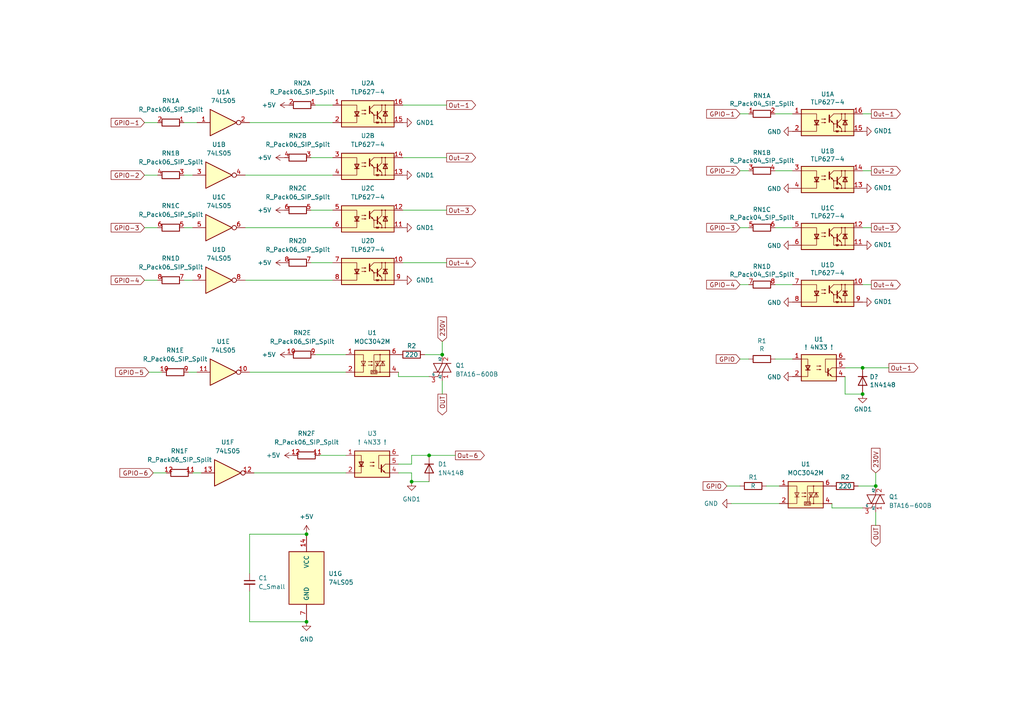
<source format=kicad_sch>
(kicad_sch (version 20230121) (generator eeschema)
  (paper "A4")
  (lib_symbols
    (symbol "74xx:74LS05" (pin_names (offset 1.016))
      (property "Reference" "U" (at 0 1.27 0))
      (property "Value" "74LS05" (at 0 -1.27 0))
      (symbol "74LS05_1_0"
        (polyline (pts (xy -3.81 3.81) (xy -3.81 -3.81) (xy 3.81 0) (xy -3.81 3.81)) (stroke (width 0.254)) (fill (type background)))
        (pin input line (at -7.62 0 0) (length 3.81) (name "~") (number "1"))
        (pin open_collector inverted (at 7.62 0 180) (length 3.81) (name "~") (number "2"))
      )
      (symbol "74LS05_2_0"
        (polyline (pts (xy -3.81 3.81) (xy -3.81 -3.81) (xy 3.81 0) (xy -3.81 3.81)) (stroke (width 0.254)) (fill (type background)))
        (pin input line (at -7.62 0 0) (length 3.81) (name "~") (number "3"))
        (pin open_collector inverted (at 7.62 0 180) (length 3.81) (name "~") (number "4"))
      )
      (symbol "74LS05_3_0"
        (polyline (pts (xy -3.81 3.81) (xy -3.81 -3.81) (xy 3.81 0) (xy -3.81 3.81)) (stroke (width 0.254)) (fill (type background)))
        (pin input line (at -7.62 0 0) (length 3.81) (name "~") (number "5"))
        (pin open_collector inverted (at 7.62 0 180) (length 3.81) (name "~") (number "6"))
      )
      (symbol "74LS05_4_0"
        (polyline (pts (xy -3.81 3.81) (xy -3.81 -3.81) (xy 3.81 0) (xy -3.81 3.81)) (stroke (width 0.254)) (fill (type background)))
        (pin open_collector inverted (at 7.62 0 180) (length 3.81) (name "~") (number "8"))
        (pin input line (at -7.62 0 0) (length 3.81) (name "~") (number "9"))
      )
      (symbol "74LS05_5_0"
        (polyline (pts (xy -3.81 3.81) (xy -3.81 -3.81) (xy 3.81 0) (xy -3.81 3.81)) (stroke (width 0.254)) (fill (type background)))
        (pin open_collector inverted (at 7.62 0 180) (length 3.81) (name "~") (number "10"))
        (pin input line (at -7.62 0 0) (length 3.81) (name "~") (number "11"))
      )
      (symbol "74LS05_6_0"
        (polyline (pts (xy -3.81 3.81) (xy -3.81 -3.81) (xy 3.81 0) (xy -3.81 3.81)) (stroke (width 0.254)) (fill (type background)))
        (pin open_collector inverted (at 7.62 0 180) (length 3.81) (name "~") (number "12"))
        (pin input line (at -7.62 0 0) (length 3.81) (name "~") (number "13"))
      )
      (symbol "74LS05_7_0"
        (pin power_in line (at 0 12.7 270) (length 5.08) (name "VCC") (number "14"))
        (pin power_in line (at 0 -12.7 90) (length 5.08) (name "GND") (number "7"))
      )
      (symbol "74LS05_7_1"
        (rectangle (start -5.08 7.62) (end 5.08 -7.62) (stroke (width 0.254)) (fill (type background)))
      )
    )
    (symbol "Device:C_Small" (pin_numbers hide) (pin_names (offset 0.254) hide)
      (property "Reference" "C" (at 0.254 1.778 0))
      (property "Value" "C_Small" (at 0.254 -2.032 0))
      (symbol "C_Small_0_1"
        (polyline (pts (xy -1.524 -0.508) (xy 1.524 -0.508)) (stroke (width 0.3302)))
        (polyline (pts (xy -1.524 0.508) (xy 1.524 0.508)) (stroke (width 0.3048)))
      )
      (symbol "C_Small_1_1"
        (pin passive line (at 0 2.54 270) (length 2.032) (name "~") (number "1"))
        (pin passive line (at 0 -2.54 90) (length 2.032) (name "~") (number "2"))
      )
    )
    (symbol "Device:R" (pin_numbers hide) (pin_names (offset 0))
      (property "Reference" "R" (at 2.032 0 90))
      (property "Value" "R" (at 0 0 90))
      (symbol "R_0_1"
        (rectangle (start -1.016 -2.54) (end 1.016 2.54) (stroke (width 0.254)))
      )
      (symbol "R_1_1"
        (pin passive line (at 0 3.81 270) (length 1.27) (name "~") (number "1"))
        (pin passive line (at 0 -3.81 90) (length 1.27) (name "~") (number "2"))
      )
    )
    (symbol "Device:R_Pack04_SIP_Split" (pin_names (offset 0) hide)
      (property "Reference" "RN" (at 2.032 0 90))
      (property "Value" "R_Pack04_SIP_Split" (at 0 0 90))
      (symbol "R_Pack04_SIP_Split_0_1"
        (rectangle (start 1.016 2.54) (end -1.016 -2.54) (stroke (width 0.254)))
      )
      (symbol "R_Pack04_SIP_Split_1_1"
        (pin passive line (at 0 -3.81 90) (length 1.27) (name "R1.1") (number "1"))
        (pin passive line (at 0 3.81 270) (length 1.27) (name "R1.2") (number "2"))
      )
      (symbol "R_Pack04_SIP_Split_2_1"
        (pin passive line (at 0 -3.81 90) (length 1.27) (name "R2.1") (number "3"))
        (pin passive line (at 0 3.81 270) (length 1.27) (name "R2.2") (number "4"))
      )
      (symbol "R_Pack04_SIP_Split_3_1"
        (pin passive line (at 0 -3.81 90) (length 1.27) (name "R3.1") (number "5"))
        (pin passive line (at 0 3.81 270) (length 1.27) (name "R3.2") (number "6"))
      )
      (symbol "R_Pack04_SIP_Split_4_1"
        (pin passive line (at 0 -3.81 90) (length 1.27) (name "R4.1") (number "7"))
        (pin passive line (at 0 3.81 270) (length 1.27) (name "R4.2") (number "8"))
      )
    )
    (symbol "Device:R_Pack06_SIP_Split" (pin_names (offset 0) hide)
      (property "Reference" "RN" (at 2.032 0 90))
      (property "Value" "R_Pack06_SIP_Split" (at 0 0 90))
      (symbol "R_Pack06_SIP_Split_0_1"
        (rectangle (start 1.016 2.54) (end -1.016 -2.54) (stroke (width 0.254)))
      )
      (symbol "R_Pack06_SIP_Split_1_1"
        (pin passive line (at 0 -3.81 90) (length 1.27) (name "R1.1") (number "1"))
        (pin passive line (at 0 3.81 270) (length 1.27) (name "R1.2") (number "2"))
      )
      (symbol "R_Pack06_SIP_Split_2_1"
        (pin passive line (at 0 -3.81 90) (length 1.27) (name "R2.1") (number "3"))
        (pin passive line (at 0 3.81 270) (length 1.27) (name "R2.2") (number "4"))
      )
      (symbol "R_Pack06_SIP_Split_3_1"
        (pin passive line (at 0 -3.81 90) (length 1.27) (name "R3.1") (number "5"))
        (pin passive line (at 0 3.81 270) (length 1.27) (name "R3.2") (number "6"))
      )
      (symbol "R_Pack06_SIP_Split_4_1"
        (pin passive line (at 0 -3.81 90) (length 1.27) (name "R4.1") (number "7"))
        (pin passive line (at 0 3.81 270) (length 1.27) (name "R4.2") (number "8"))
      )
      (symbol "R_Pack06_SIP_Split_5_1"
        (pin passive line (at 0 3.81 270) (length 1.27) (name "R5.2") (number "10"))
        (pin passive line (at 0 -3.81 90) (length 1.27) (name "R5.1") (number "9"))
      )
      (symbol "R_Pack06_SIP_Split_6_1"
        (pin passive line (at 0 -3.81 90) (length 1.27) (name "R6.1") (number "11"))
        (pin passive line (at 0 3.81 270) (length 1.27) (name "R6.2") (number "12"))
      )
    )
    (symbol "Diode:1N4148" (pin_numbers hide) (pin_names hide)
      (property "Reference" "D" (at 0 2.54 0))
      (property "Value" "1N4148" (at 0 -2.54 0))
      (symbol "1N4148_0_1"
        (polyline (pts (xy -1.27 1.27) (xy -1.27 -1.27)) (stroke (width 0.254)))
        (polyline (pts (xy 1.27 0) (xy -1.27 0)))
        (polyline (pts (xy 1.27 1.27) (xy 1.27 -1.27) (xy -1.27 0) (xy 1.27 1.27)) (stroke (width 0.254)))
      )
      (symbol "1N4148_1_1"
        (pin passive line (at -3.81 0 0) (length 2.54) (name "K") (number "1"))
        (pin passive line (at 3.81 0 180) (length 2.54) (name "A") (number "2"))
      )
    )
    (symbol "Isolator:4N28" (pin_names (offset 1.016))
      (property "Reference" "U" (at -5.08 5.08 0))
      (property "Value" "4N28" (at 0 5.08 0))
      (symbol "4N28_0_1"
        (rectangle (start -5.08 3.81) (end 5.08 -3.81) (stroke (width 0.254)) (fill (type background)))
        (polyline (pts (xy -3.81 -0.635) (xy -2.54 -0.635)) (stroke (width 0.254)))
        (polyline (pts (xy 2.667 -1.397) (xy 3.81 -2.54)))
        (polyline (pts (xy 2.667 -1.143) (xy 3.81 0)))
        (polyline (pts (xy 3.81 -2.54) (xy 5.08 -2.54)))
        (polyline (pts (xy 3.81 0) (xy 5.08 0)))
        (polyline (pts (xy 2.667 -0.254) (xy 2.667 -2.286) (xy 2.667 -2.286)) (stroke (width 0.3556)))
        (polyline (pts (xy -5.08 -2.54) (xy -3.175 -2.54) (xy -3.175 2.54) (xy -5.08 2.54)))
        (polyline (pts (xy -3.175 -0.635) (xy -3.81 0.635) (xy -2.54 0.635) (xy -3.175 -0.635)) (stroke (width 0.254)))
        (polyline (pts (xy 3.683 -2.413) (xy 3.429 -1.905) (xy 3.175 -2.159) (xy 3.683 -2.413)))
        (polyline (pts (xy 5.08 2.54) (xy 1.905 2.54) (xy 1.905 -1.27) (xy 2.54 -1.27)))
        (polyline (pts (xy -0.635 -0.508) (xy 0.635 -0.508) (xy 0.254 -0.635) (xy 0.254 -0.381) (xy 0.635 -0.508)))
        (polyline (pts (xy -0.635 0.508) (xy 0.635 0.508) (xy 0.254 0.381) (xy 0.254 0.635) (xy 0.635 0.508)))
      )
      (symbol "4N28_1_1"
        (pin passive line (at -7.62 2.54 0) (length 2.54) (name "~") (number "1"))
        (pin passive line (at -7.62 -2.54 0) (length 2.54) (name "~") (number "2"))
        (pin no_connect line (at -5.08 0 0) (length 2.54) hide (name "NC") (number "3"))
        (pin passive line (at 7.62 -2.54 180) (length 2.54) (name "~") (number "4"))
        (pin passive line (at 7.62 0 180) (length 2.54) (name "~") (number "5"))
        (pin passive line (at 7.62 2.54 180) (length 2.54) (name "~") (number "6"))
      )
    )
    (symbol "Isolator:TLP627-4" (pin_names (offset 1.016))
      (property "Reference" "U" (at -7.62 5.08 0))
      (property "Value" "TLP627-4" (at 0 5.08 0))
      (symbol "TLP627-4_0_1"
        (rectangle (start -7.62 3.81) (end 7.62 -3.81) (stroke (width 0.254)) (fill (type background)))
        (polyline (pts (xy -3.81 -0.635) (xy -2.54 -0.635)) (stroke (width 0.254)))
        (polyline (pts (xy 0.508 1.016) (xy 1.778 -0.254)))
        (polyline (pts (xy 0.508 1.27) (xy 1.778 2.54)))
        (polyline (pts (xy 0.508 2.159) (xy 0.508 0.127)) (stroke (width 0.3556)))
        (polyline (pts (xy 1.778 2.54) (xy 7.62 2.54)))
        (polyline (pts (xy 2.794 -0.508) (xy 4.064 -1.778)))
        (polyline (pts (xy 2.794 -0.381) (xy 1.778 -0.381)))
        (polyline (pts (xy 2.794 -0.254) (xy 4.064 1.016)))
        (polyline (pts (xy 4.064 -2.54) (xy 7.62 -2.54)))
        (polyline (pts (xy 4.064 -1.778) (xy 4.064 -2.54)))
        (polyline (pts (xy 4.064 1.016) (xy 4.064 2.54)))
        (polyline (pts (xy 4.445 0.635) (xy 5.715 0.635)) (stroke (width 0.254)))
        (polyline (pts (xy 5.08 0.635) (xy 5.08 -2.54)))
        (polyline (pts (xy 5.08 0.635) (xy 5.08 2.54)))
        (polyline (pts (xy -7.62 2.54) (xy -3.175 2.54) (xy -3.175 -0.635)))
        (polyline (pts (xy -3.175 -0.635) (xy -3.175 -2.54) (xy -7.62 -2.54)))
        (polyline (pts (xy 2.794 0.635) (xy 2.794 -1.397) (xy 2.794 -1.397)) (stroke (width 0.3556)))
        (polyline (pts (xy -3.175 -0.635) (xy -3.81 0.635) (xy -2.54 0.635) (xy -3.175 -0.635)) (stroke (width 0.254)))
        (polyline (pts (xy 1.524 0) (xy 1.27 0.508) (xy 1.016 0.254) (xy 1.524 0)))
        (polyline (pts (xy 3.81 -1.524) (xy 3.556 -1.016) (xy 3.302 -1.27) (xy 3.81 -1.524)))
        (polyline (pts (xy 5.08 0.635) (xy 4.445 -0.635) (xy 5.715 -0.635) (xy 5.08 0.635)) (stroke (width 0.254)))
        (polyline (pts (xy -1.778 0) (xy -0.508 0) (xy -0.889 -0.127) (xy -0.889 0.127) (xy -0.508 0)))
        (polyline (pts (xy -1.778 1.016) (xy -0.508 1.016) (xy -0.889 0.889) (xy -0.889 1.143) (xy -0.508 1.016)))
        (polyline (pts (xy 1.778 -0.254) (xy 1.778 -2.54) (xy 2.286 -2.54) (xy 2.413 -2.286) (xy 2.54 -2.794) (xy 2.667 -2.286) (xy 2.794 -2.794) (xy 2.921 -2.286) (xy 3.048 -2.794) (xy 3.175 -2.286) (xy 3.302 -2.54) (xy 4.064 -2.54)))
        (circle (center 1.778 -0.381) (radius 0.127))
        (circle (center 4.064 -2.54) (radius 0.127))
        (circle (center 4.064 2.54) (radius 0.127))
        (circle (center 5.08 -2.54) (radius 0.127))
        (circle (center 5.08 2.54) (radius 0.127))
      )
      (symbol "TLP627-4_1_1"
        (pin passive line (at -10.16 2.54 0) (length 2.54) (name "~") (number "1"))
        (pin passive line (at 10.16 -2.54 180) (length 2.54) (name "~") (number "15"))
        (pin passive line (at 10.16 2.54 180) (length 2.54) (name "~") (number "16"))
        (pin passive line (at -10.16 -2.54 0) (length 2.54) (name "~") (number "2"))
      )
      (symbol "TLP627-4_2_1"
        (pin passive line (at 10.16 -2.54 180) (length 2.54) (name "~") (number "13"))
        (pin passive line (at 10.16 2.54 180) (length 2.54) (name "~") (number "14"))
        (pin passive line (at -10.16 2.54 0) (length 2.54) (name "~") (number "3"))
        (pin passive line (at -10.16 -2.54 0) (length 2.54) (name "~") (number "4"))
      )
      (symbol "TLP627-4_3_1"
        (pin passive line (at 10.16 -2.54 180) (length 2.54) (name "~") (number "11"))
        (pin passive line (at 10.16 2.54 180) (length 2.54) (name "~") (number "12"))
        (pin passive line (at -10.16 2.54 0) (length 2.54) (name "~") (number "5"))
        (pin passive line (at -10.16 -2.54 0) (length 2.54) (name "~") (number "6"))
      )
      (symbol "TLP627-4_4_1"
        (pin passive line (at 10.16 2.54 180) (length 2.54) (name "~") (number "10"))
        (pin passive line (at -10.16 2.54 0) (length 2.54) (name "~") (number "7"))
        (pin passive line (at -10.16 -2.54 0) (length 2.54) (name "~") (number "8"))
        (pin passive line (at 10.16 -2.54 180) (length 2.54) (name "~") (number "9"))
      )
    )
    (symbol "Relay_SolidState:MOC3042M"
      (property "Reference" "U" (at -5.08 5.08 0))
      (property "Value" "MOC3042M" (at 0 5.08 0))
      (symbol "MOC3042M_0_0"
        (rectangle (start -0.381 -2.032) (end 1.397 -3.048))
        (polyline (pts (xy 2.286 -2.54) (xy 1.397 -2.54)))
        (polyline (pts (xy 1.524 -0.635) (xy 1.016 -1.016) (xy 1.016 -2.032)))
        (text "ZCD" (at 0.508 -2.54 0) (effects (font (size 0.508 0.508))))
      )
      (symbol "MOC3042M_0_1"
        (rectangle (start -5.08 3.81) (end 5.08 -3.81) (stroke (width 0.254)) (fill (type background)))
        (polyline (pts (xy -3.175 -0.635) (xy -1.905 -0.635)))
        (polyline (pts (xy 1.524 -0.635) (xy 1.524 0.635)))
        (polyline (pts (xy 3.048 0.635) (xy 3.048 -0.635)))
        (polyline (pts (xy 2.286 -0.635) (xy 2.286 -2.54) (xy 5.08 -2.54)))
        (polyline (pts (xy 2.286 0.635) (xy 2.286 2.54) (xy 5.08 2.54)))
        (polyline (pts (xy 2.286 2.54) (xy 0.508 2.54) (xy 0.508 -2.032)))
        (polyline (pts (xy -5.08 2.54) (xy -2.54 2.54) (xy -2.54 -2.54) (xy -5.08 -2.54)))
        (polyline (pts (xy -2.54 -0.635) (xy -3.175 0.635) (xy -1.905 0.635) (xy -2.54 -0.635)))
        (polyline (pts (xy 0.889 -0.635) (xy 3.683 -0.635) (xy 3.048 0.635) (xy 2.413 -0.635)))
        (polyline (pts (xy 3.683 0.635) (xy 0.889 0.635) (xy 1.524 -0.635) (xy 2.159 0.635)))
        (polyline (pts (xy -1.143 -0.508) (xy 0.127 -0.508) (xy -0.254 -0.635) (xy -0.254 -0.381) (xy 0.127 -0.508)))
        (polyline (pts (xy -1.143 0.508) (xy 0.127 0.508) (xy -0.254 0.381) (xy -0.254 0.635) (xy 0.127 0.508)))
        (circle (center 2.286 -2.54) (radius 0.127))
        (circle (center 2.286 2.54) (radius 0.127))
      )
      (symbol "MOC3042M_1_1"
        (pin passive line (at -7.62 2.54 0) (length 2.54) (name "~") (number "1"))
        (pin passive line (at -7.62 -2.54 0) (length 2.54) (name "~") (number "2"))
        (pin no_connect line (at -5.08 0 0) (length 2.54) hide (name "NC") (number "3"))
        (pin passive line (at 7.62 -2.54 180) (length 2.54) (name "~") (number "4"))
        (pin no_connect line (at 5.08 0 180) (length 2.54) hide (name "NC") (number "5"))
        (pin passive line (at 7.62 2.54 180) (length 2.54) (name "~") (number "6"))
      )
    )
    (symbol "Triac_Thyristor:BTA16-600B" (pin_names (offset 0))
      (property "Reference" "Q" (at 5.08 1.905 0))
      (property "Value" "BTA16-600B" (at 5.08 0 0))
      (symbol "BTA16-600B_0_1"
        (polyline (pts (xy -2.54 -1.27) (xy 2.54 -1.27)) (stroke (width 0.2032)))
        (polyline (pts (xy -2.54 1.27) (xy 2.54 1.27)) (stroke (width 0.2032)))
        (polyline (pts (xy -1.27 -2.54) (xy -0.635 -1.27)))
        (polyline (pts (xy -2.54 1.27) (xy -1.27 -1.27) (xy 0 1.27)) (stroke (width 0.2032)))
        (polyline (pts (xy 0 -1.27) (xy 1.27 1.27) (xy 2.54 -1.27)) (stroke (width 0.2032)))
      )
      (symbol "BTA16-600B_1_1"
        (pin passive line (at 0 -3.81 90) (length 2.54) (name "A1") (number "1"))
        (pin passive line (at 0 3.81 270) (length 2.54) (name "A2") (number "2"))
        (pin input line (at -3.81 -2.54 0) (length 2.54) (name "G") (number "3"))
      )
    )
    (symbol "power:+5V" (power) (pin_names (offset 0))
      (property "Value" "+5V" (at 0 3.556 0))
      (symbol "+5V_0_1"
        (polyline (pts (xy -0.762 1.27) (xy 0 2.54)))
        (polyline (pts (xy 0 0) (xy 0 2.54)))
        (polyline (pts (xy 0 2.54) (xy 0.762 1.27)))
      )
      (symbol "+5V_1_1"
        (pin power_in line (at 0 0 90) (length 0) hide (name "+5V") (number "1"))
      )
    )
    (symbol "power:GND" (power) (pin_names (offset 0))
      (property "Value" "GND" (at 0 -3.81 0))
      (symbol "GND_0_1"
        (polyline (pts (xy 0 0) (xy 0 -1.27) (xy 1.27 -1.27) (xy 0 -2.54) (xy -1.27 -1.27) (xy 0 -1.27)))
      )
      (symbol "GND_1_1"
        (pin power_in line (at 0 0 270) (length 0) hide (name "GND") (number "1"))
      )
    )
    (symbol "power:GND1" (power) (pin_names (offset 0))
      (property "Value" "GND1" (at 0 -3.81 0))
      (symbol "GND1_0_1"
        (polyline (pts (xy 0 0) (xy 0 -1.27) (xy 1.27 -1.27) (xy 0 -2.54) (xy -1.27 -1.27) (xy 0 -1.27)))
      )
      (symbol "GND1_1_1"
        (pin power_in line (at 0 0 270) (length 0) hide (name "GND1") (number "1"))
      )
    )
  )
  (junction (at 124.46 132.08))
  (junction (at 250.19 106.68))
  (junction (at 88.9 180.34))
  (junction (at 88.9 154.94))
  (junction (at 250.19 114.3))
  (junction (at 128.27 102.87))
  (junction (at 254 140.97))
  (junction (at 119.38 139.7))
  (wire (pts (xy 72.39 107.95) (xy 100.33 107.95)))
  (wire (pts (xy 96.52 76.2) (xy 90.17 76.2)))
  (wire (pts (xy 123.19 102.87) (xy 128.27 102.87)))
  (wire (pts (xy 248.92 140.97) (xy 254 140.97)))
  (wire (pts (xy 71.12 81.28) (xy 96.52 81.28)))
  (wire (pts (xy 72.39 180.34) (xy 88.9 180.34)))
  (wire (pts (xy 119.38 132.08) (xy 124.46 132.08)))
  (wire (pts (xy 224.79 82.55) (xy 229.87 82.55)))
  (wire (pts (xy 250.19 49.53) (xy 252.73 49.53)))
  (wire (pts (xy 124.46 109.22) (xy 115.57 109.22)))
  (wire (pts (xy 250.19 147.32) (xy 241.3 147.32)))
  (wire (pts (xy 53.34 66.04) (xy 55.88 66.04)))
  (wire (pts (xy 214.63 33.02) (xy 217.17 33.02)))
  (wire (pts (xy 43.18 107.95) (xy 46.99 107.95)))
  (wire (pts (xy 119.38 134.62) (xy 119.38 132.08)))
  (wire (pts (xy 116.84 76.2) (xy 129.54 76.2)))
  (wire (pts (xy 250.19 106.68) (xy 257.81 106.68)))
  (wire (pts (xy 71.12 66.04) (xy 96.52 66.04)))
  (wire (pts (xy 224.79 33.02) (xy 229.87 33.02)))
  (wire (pts (xy 224.79 104.14) (xy 229.87 104.14)))
  (wire (pts (xy 41.91 81.28) (xy 45.72 81.28)))
  (wire (pts (xy 72.39 171.45) (xy 72.39 180.34)))
  (wire (pts (xy 53.34 50.8) (xy 55.88 50.8)))
  (wire (pts (xy 224.79 66.04) (xy 229.87 66.04)))
  (wire (pts (xy 116.84 60.96) (xy 129.54 60.96)))
  (wire (pts (xy 44.45 137.16) (xy 48.26 137.16)))
  (wire (pts (xy 128.27 110.49) (xy 128.27 114.3)))
  (wire (pts (xy 254 148.59) (xy 254 152.4)))
  (wire (pts (xy 41.91 50.8) (xy 45.72 50.8)))
  (wire (pts (xy 245.11 106.68) (xy 250.19 106.68)))
  (wire (pts (xy 124.46 132.08) (xy 132.08 132.08)))
  (wire (pts (xy 210.82 140.97) (xy 214.63 140.97)))
  (wire (pts (xy 53.34 81.28) (xy 55.88 81.28)))
  (wire (pts (xy 115.57 134.62) (xy 119.38 134.62)))
  (wire (pts (xy 245.11 114.3) (xy 245.11 109.22)))
  (wire (pts (xy 250.19 82.55) (xy 252.73 82.55)))
  (wire (pts (xy 116.84 30.48) (xy 129.54 30.48)))
  (wire (pts (xy 245.11 114.3) (xy 250.19 114.3)))
  (wire (pts (xy 41.91 35.56) (xy 45.72 35.56)))
  (wire (pts (xy 91.44 30.48) (xy 96.52 30.48)))
  (wire (pts (xy 91.44 102.87) (xy 100.33 102.87)))
  (wire (pts (xy 116.84 45.72) (xy 129.54 45.72)))
  (wire (pts (xy 115.57 137.16) (xy 119.38 137.16)))
  (wire (pts (xy 224.79 49.53) (xy 229.87 49.53)))
  (wire (pts (xy 53.34 35.56) (xy 57.15 35.56)))
  (wire (pts (xy 212.09 146.05) (xy 226.06 146.05)))
  (wire (pts (xy 214.63 82.55) (xy 217.17 82.55)))
  (wire (pts (xy 73.66 137.16) (xy 100.33 137.16)))
  (wire (pts (xy 241.3 147.32) (xy 241.3 146.05)))
  (wire (pts (xy 41.91 66.04) (xy 45.72 66.04)))
  (wire (pts (xy 222.25 140.97) (xy 226.06 140.97)))
  (wire (pts (xy 214.63 104.14) (xy 217.17 104.14)))
  (wire (pts (xy 55.88 137.16) (xy 58.42 137.16)))
  (wire (pts (xy 54.61 107.95) (xy 57.15 107.95)))
  (wire (pts (xy 72.39 166.37) (xy 72.39 154.94)))
  (wire (pts (xy 115.57 107.95) (xy 115.57 109.22)))
  (wire (pts (xy 92.71 132.08) (xy 100.33 132.08)))
  (wire (pts (xy 119.38 137.16) (xy 119.38 139.7)))
  (wire (pts (xy 72.39 35.56) (xy 96.52 35.56)))
  (wire (pts (xy 96.52 45.72) (xy 90.17 45.72)))
  (wire (pts (xy 96.52 60.96) (xy 90.17 60.96)))
  (wire (pts (xy 250.19 33.02) (xy 252.73 33.02)))
  (wire (pts (xy 250.19 66.04) (xy 252.73 66.04)))
  (wire (pts (xy 128.27 99.06) (xy 128.27 102.87)))
  (wire (pts (xy 254 137.16) (xy 254 140.97)))
  (wire (pts (xy 214.63 66.04) (xy 217.17 66.04)))
  (wire (pts (xy 214.63 49.53) (xy 217.17 49.53)))
  (wire (pts (xy 72.39 154.94) (xy 88.9 154.94)))
  (wire (pts (xy 119.38 139.7) (xy 124.46 139.7)))
  (wire (pts (xy 71.12 50.8) (xy 96.52 50.8)))
  (global_label "GPIO-5" (shape input) (at 43.18 107.95 180) (property "Intersheetrefs" "${INTERSHEET_REFS}" (effects hide)))
  (global_label "Out-4" (shape output) (at 252.73 82.55 0) (property "Intersheetrefs" "${INTERSHEET_REFS}" (effects hide)))
  (global_label "230V" (shape input) (at 254 137.16 90) (property "Intersheetrefs" "${INTERSHEET_REFS}" (effects hide)))
  (global_label "GPIO" (shape input) (at 210.82 140.97 180) (property "Intersheetrefs" "${INTERSHEET_REFS}" (effects hide)))
  (global_label "Out-3" (shape output) (at 129.54 60.96 0) (property "Intersheetrefs" "${INTERSHEET_REFS}" (effects hide)))
  (global_label "GPIO-4" (shape input) (at 214.63 82.55 180) (property "Intersheetrefs" "${INTERSHEET_REFS}" (effects hide)))
  (global_label "GPIO-3" (shape input) (at 214.63 66.04 180) (property "Intersheetrefs" "${INTERSHEET_REFS}" (effects hide)))
  (global_label "Out-4" (shape output) (at 129.54 76.2 0) (property "Intersheetrefs" "${INTERSHEET_REFS}" (effects hide)))
  (global_label "230V" (shape input) (at 128.27 99.06 90) (property "Intersheetrefs" "${INTERSHEET_REFS}" (effects hide)))
  (global_label "Out-6" (shape output) (at 132.08 132.08 0) (property "Intersheetrefs" "${INTERSHEET_REFS}" (effects hide)))
  (global_label "Out-1" (shape output) (at 252.73 33.02 0) (property "Intersheetrefs" "${INTERSHEET_REFS}" (effects hide)))
  (global_label "GPIO-6" (shape input) (at 44.45 137.16 180) (property "Intersheetrefs" "${INTERSHEET_REFS}" (effects hide)))
  (global_label "GPIO-1" (shape input) (at 41.91 35.56 180) (property "Intersheetrefs" "${INTERSHEET_REFS}" (effects hide)))
  (global_label "Out-3" (shape output) (at 252.73 66.04 0) (property "Intersheetrefs" "${INTERSHEET_REFS}" (effects hide)))
  (global_label "Out-1" (shape output) (at 257.81 106.68 0) (property "Intersheetrefs" "${INTERSHEET_REFS}" (effects hide)))
  (global_label "GPIO-1" (shape input) (at 214.63 33.02 180) (property "Intersheetrefs" "${INTERSHEET_REFS}" (effects hide)))
  (global_label "Out-1" (shape output) (at 129.54 30.48 0) (property "Intersheetrefs" "${INTERSHEET_REFS}" (effects hide)))
  (global_label "GPIO-4" (shape input) (at 41.91 81.28 180) (property "Intersheetrefs" "${INTERSHEET_REFS}" (effects hide)))
  (global_label "GPIO" (shape input) (at 214.63 104.14 180) (property "Intersheetrefs" "${INTERSHEET_REFS}" (effects hide)))
  (global_label "Out-2" (shape output) (at 252.73 49.53 0) (property "Intersheetrefs" "${INTERSHEET_REFS}" (effects hide)))
  (global_label "GPIO-2" (shape input) (at 41.91 50.8 180) (property "Intersheetrefs" "${INTERSHEET_REFS}" (effects hide)))
  (global_label "GPIO-2" (shape input) (at 214.63 49.53 180) (property "Intersheetrefs" "${INTERSHEET_REFS}" (effects hide)))
  (global_label "OUT" (shape output) (at 254 152.4 270) (property "Intersheetrefs" "${INTERSHEET_REFS}" (effects hide)))
  (global_label "Out-2" (shape output) (at 129.54 45.72 0) (property "Intersheetrefs" "${INTERSHEET_REFS}" (effects hide)))
  (global_label "GPIO-3" (shape input) (at 41.91 66.04 180) (property "Intersheetrefs" "${INTERSHEET_REFS}" (effects hide)))
  (global_label "OUT" (shape output) (at 128.27 114.3 270) (property "Intersheetrefs" "${INTERSHEET_REFS}" (effects hide)))
  (symbol (lib_id "Isolator:TLP627-4") (at 240.03 35.56 0) (unit 1)
    (property "Reference" "U1" (at 240.03 27.305 0))
    (property "Value" "TLP627-4" (at 240.03 29.6164 0))
    (property "Footprint" "Package_DIP:DIP-16_W7.62mm" (effects hide))
    (property "Datasheet" "https://toshiba.semicon-storage.com/info/docget.jsp?did=16914&prodName=TLP627" (effects hide))
  )
  (symbol (lib_id "Isolator:TLP627-4") (at 240.03 52.07 0) (unit 2)
    (property "Reference" "U1" (at 240.03 43.815 0))
    (property "Value" "TLP627-4" (at 240.03 46.1264 0))
    (property "Footprint" "Package_DIP:DIP-16_W7.62mm" (effects hide))
    (property "Datasheet" "https://toshiba.semicon-storage.com/info/docget.jsp?did=16914&prodName=TLP627" (effects hide))
  )
  (symbol (lib_id "Isolator:TLP627-4") (at 240.03 68.58 0) (unit 3)
    (property "Reference" "U1" (at 240.03 60.325 0))
    (property "Value" "TLP627-4" (at 240.03 62.6364 0))
    (property "Footprint" "Package_DIP:DIP-16_W7.62mm" (effects hide))
    (property "Datasheet" "https://toshiba.semicon-storage.com/info/docget.jsp?did=16914&prodName=TLP627" (effects hide))
  )
  (symbol (lib_id "Isolator:TLP627-4") (at 240.03 85.09 0) (unit 4)
    (property "Reference" "U1" (at 240.03 76.835 0))
    (property "Value" "TLP627-4" (at 240.03 79.1464 0))
    (property "Footprint" "Package_DIP:DIP-16_W7.62mm" (effects hide))
    (property "Datasheet" "https://toshiba.semicon-storage.com/info/docget.jsp?did=16914&prodName=TLP627" (effects hide))
  )
  (symbol (lib_id "power:GND") (at 229.87 38.1 270) (unit 1)
    (property "Reference" "#PWR?" (effects hide))
    (property "Value" "GND" (at 226.6188 38.227 90) (effects (justify right)))
  )
  (symbol (lib_id "power:GND") (at 229.87 54.61 270) (unit 1)
    (property "Reference" "#PWR?" (effects hide))
    (property "Value" "GND" (at 226.6188 54.737 90) (effects (justify right)))
  )
  (symbol (lib_id "power:GND") (at 229.87 71.12 270) (unit 1)
    (property "Reference" "#PWR?" (effects hide))
    (property "Value" "GND" (at 226.6188 71.247 90) (effects (justify right)))
  )
  (symbol (lib_id "power:GND") (at 229.87 87.63 270) (unit 1)
    (property "Reference" "#PWR?" (effects hide))
    (property "Value" "GND" (at 226.6188 87.757 90) (effects (justify right)))
  )
  (symbol (lib_id "power:GND1") (at 250.19 38.1 90) (unit 1)
    (property "Reference" "#PWR?" (effects hide))
    (property "Value" "GND1" (at 253.4412 37.973 90) (effects (justify right)))
  )
  (symbol (lib_id "power:GND1") (at 250.19 54.61 90) (unit 1)
    (property "Reference" "#PWR?" (effects hide))
    (property "Value" "GND1" (at 253.4412 54.483 90) (effects (justify right)))
  )
  (symbol (lib_id "power:GND1") (at 250.19 71.12 90) (unit 1)
    (property "Reference" "#PWR?" (effects hide))
    (property "Value" "GND1" (at 253.4412 70.993 90) (effects (justify right)))
  )
  (symbol (lib_id "power:GND1") (at 250.19 87.63 90) (unit 1)
    (property "Reference" "#PWR?" (effects hide))
    (property "Value" "GND1" (at 253.4412 87.503 90) (effects (justify right)))
  )
  (symbol (lib_id "Device:R_Pack04_SIP_Split") (at 220.98 33.02 270) (unit 1)
    (property "Reference" "RN1" (at 220.98 27.7622 90))
    (property "Value" "R_Pack04_SIP_Split" (at 220.98 30.0736 90))
    (property "Footprint" "Resistor_THT:R_Array_SIP8" (effects hide))
    (property "Datasheet" "http://www.vishay.com/docs/31509/csc.pdf" (effects hide))
  )
  (symbol (lib_id "Device:R_Pack04_SIP_Split") (at 220.98 49.53 270) (unit 2)
    (property "Reference" "RN1" (at 220.98 44.2722 90))
    (property "Value" "R_Pack04_SIP_Split" (at 220.98 46.5836 90))
    (property "Footprint" "Resistor_THT:R_Array_SIP8" (effects hide))
    (property "Datasheet" "http://www.vishay.com/docs/31509/csc.pdf" (effects hide))
  )
  (symbol (lib_id "Device:R_Pack04_SIP_Split") (at 220.98 66.04 270) (unit 3)
    (property "Reference" "RN1" (at 220.98 60.7822 90))
    (property "Value" "R_Pack04_SIP_Split" (at 220.98 63.0936 90))
    (property "Footprint" "Resistor_THT:R_Array_SIP8" (effects hide))
    (property "Datasheet" "http://www.vishay.com/docs/31509/csc.pdf" (effects hide))
  )
  (symbol (lib_id "Device:R_Pack04_SIP_Split") (at 220.98 82.55 270) (unit 4)
    (property "Reference" "RN1" (at 220.98 77.2922 90))
    (property "Value" "R_Pack04_SIP_Split" (at 220.98 79.6036 90))
    (property "Footprint" "Resistor_THT:R_Array_SIP8" (effects hide))
    (property "Datasheet" "http://www.vishay.com/docs/31509/csc.pdf" (effects hide))
  )
  (symbol (lib_id "power:GND") (at 229.87 109.22 270) (unit 1)
    (property "Reference" "#PWR?" (effects hide))
    (property "Value" "GND" (at 226.6188 109.347 90) (effects (justify right)))
  )
  (symbol (lib_id "power:GND1") (at 250.19 114.3 0) (unit 1)
    (property "Reference" "#PWR?" (effects hide))
    (property "Value" "GND1" (at 250.317 118.6942 0))
  )
  (symbol (lib_id "Isolator:4N28") (at 237.49 106.68 0) (unit 1)
    (property "Reference" "U1" (at 237.49 98.425 0))
    (property "Value" "! 4N33 !" (at 237.49 100.7364 0))
    (property "Footprint" "Package_DIP:DIP-6_W7.62mm" (effects hide))
    (property "Datasheet" "https://www.vishay.com/docs/83725/4n25.pdf" (effects hide))
  )
  (symbol (lib_id "Diode:1N4148") (at 250.19 110.49 270) (unit 1)
    (property "Reference" "D?" (at 252.222 109.3216 90) (effects (justify left)))
    (property "Value" "1N4148" (at 252.222 111.633 90) (effects (justify left)))
    (property "Footprint" "Diode_THT:D_DO-35_SOD27_P7.62mm_Horizontal" (effects hide))
    (property "Datasheet" "https://assets.nexperia.com/documents/data-sheet/1N4148_1N4448.pdf" (effects hide))
  )
  (symbol (lib_id "Device:R") (at 220.98 104.14 270) (unit 1)
    (property "Reference" "R1" (at 220.98 98.8822 90))
    (property "Value" "R" (at 220.98 101.1936 90))
  )
  (symbol (lib_id "power:GND1") (at 116.84 35.56 90) (unit 1)
    (property "Reference" "#PWR09" (effects hide))
    (property "Value" "GND1" (at 120.65 35.56 90) (effects (justify right)))
  )
  (symbol (lib_id "power:+5V") (at 83.82 102.87 90) (unit 1)
    (property "Reference" "#PWR05" (effects hide))
    (property "Value" "+5V" (at 80.01 102.87 90) (effects (justify left)))
  )
  (symbol (lib_id "Device:R_Pack06_SIP_Split") (at 49.53 66.04 90) (unit 3)
    (property "Reference" "RN1" (at 49.53 59.69 90))
    (property "Value" "R_Pack06_SIP_Split" (at 49.53 62.23 90))
    (property "Footprint" "Resistor_THT:R_Array_SIP12" (effects hide))
    (property "Datasheet" "http://www.vishay.com/docs/31509/csc.pdf" (effects hide))
  )
  (symbol (lib_id "power:GND1") (at 116.84 66.04 90) (unit 1)
    (property "Reference" "#PWR011" (effects hide))
    (property "Value" "GND1" (at 120.65 66.04 90) (effects (justify right)))
  )
  (symbol (lib_id "Relay_SolidState:MOC3042M") (at 233.68 143.51 0) (unit 1)
    (property "Reference" "U1" (at 233.68 134.62 0))
    (property "Value" "MOC3042M" (at 233.68 137.16 0))
    (property "Datasheet" "https://www.onsemi.com/pub/Collateral/MOC3043M-D.pdf" (effects hide))
  )
  (symbol (lib_id "Device:R_Pack06_SIP_Split") (at 86.36 60.96 90) (unit 3)
    (property "Reference" "RN2" (at 86.36 54.61 90))
    (property "Value" "R_Pack06_SIP_Split" (at 86.36 57.15 90))
    (property "Footprint" "Resistor_THT:R_Array_SIP12" (effects hide))
    (property "Datasheet" "http://www.vishay.com/docs/31509/csc.pdf" (effects hide))
  )
  (symbol (lib_id "Isolator:TLP627-4") (at 106.68 48.26 0) (unit 2)
    (property "Reference" "U2" (at 106.68 39.37 0))
    (property "Value" "TLP627-4" (at 106.68 41.91 0))
    (property "Footprint" "Package_DIP:DIP-16_W7.62mm" (effects hide))
    (property "Datasheet" "https://toshiba.semicon-storage.com/info/docget.jsp?did=16914&prodName=TLP627" (effects hide))
  )
  (symbol (lib_id "power:+5V") (at 82.55 76.2 90) (unit 1)
    (property "Reference" "#PWR04" (effects hide))
    (property "Value" "+5V" (at 78.74 76.2 90) (effects (justify left)))
  )
  (symbol (lib_id "power:GND") (at 212.09 146.05 270) (unit 1)
    (property "Reference" "#PWR01" (effects hide))
    (property "Value" "GND" (at 208.28 146.05 90) (effects (justify right)))
  )
  (symbol (lib_id "74xx:74LS05") (at 64.77 107.95 0) (unit 5)
    (property "Reference" "U1" (at 64.77 99.06 0))
    (property "Value" "74LS05" (at 64.77 101.6 0))
    (property "Datasheet" "http://www.ti.com/lit/gpn/sn74LS05" (effects hide))
  )
  (symbol (lib_id "power:+5V") (at 88.9 154.94 0) (unit 1)
    (property "Reference" "#PWR07" (effects hide))
    (property "Value" "+5V" (at 88.9 149.86 0))
  )
  (symbol (lib_id "power:+5V") (at 82.55 60.96 90) (unit 1)
    (property "Reference" "#PWR03" (effects hide))
    (property "Value" "+5V" (at 78.74 60.96 90) (effects (justify left)))
  )
  (symbol (lib_id "74xx:74LS05") (at 64.77 35.56 0) (unit 1)
    (property "Reference" "U1" (at 64.77 26.67 0))
    (property "Value" "74LS05" (at 64.77 29.21 0))
    (property "Datasheet" "http://www.ti.com/lit/gpn/sn74LS05" (effects hide))
  )
  (symbol (lib_id "Device:R") (at 119.38 102.87 90) (unit 1)
    (property "Reference" "R2" (at 119.38 100.33 90))
    (property "Value" "220" (at 119.38 102.87 90))
    (property "Footprint" "Resistor_THT:R_Axial_DIN0207_L6.3mm_D2.5mm_P10.16mm_Horizontal" (effects hide))
  )
  (symbol (lib_id "Device:R_Pack06_SIP_Split") (at 49.53 50.8 90) (unit 2)
    (property "Reference" "RN1" (at 49.53 44.45 90))
    (property "Value" "R_Pack06_SIP_Split" (at 49.53 46.99 90))
    (property "Footprint" "Resistor_THT:R_Array_SIP12" (effects hide))
    (property "Datasheet" "http://www.vishay.com/docs/31509/csc.pdf" (effects hide))
  )
  (symbol (lib_id "Isolator:TLP627-4") (at 106.68 33.02 0) (unit 1)
    (property "Reference" "U2" (at 106.68 24.13 0))
    (property "Value" "TLP627-4" (at 106.68 26.67 0))
    (property "Footprint" "Package_DIP:DIP-16_W7.62mm" (effects hide))
    (property "Datasheet" "https://toshiba.semicon-storage.com/info/docget.jsp?did=16914&prodName=TLP627" (effects hide))
  )
  (symbol (lib_id "Device:C_Small") (at 72.39 168.91 0) (unit 1)
    (property "Reference" "C1" (at 74.93 167.6463 0) (effects (justify left)))
    (property "Value" "C_Small" (at 74.93 170.1863 0) (effects (justify left)))
  )
  (symbol (lib_id "Isolator:TLP627-4") (at 106.68 63.5 0) (unit 3)
    (property "Reference" "U2" (at 106.68 54.61 0))
    (property "Value" "TLP627-4" (at 106.68 57.15 0))
    (property "Footprint" "Package_DIP:DIP-16_W7.62mm" (effects hide))
    (property "Datasheet" "https://toshiba.semicon-storage.com/info/docget.jsp?did=16914&prodName=TLP627" (effects hide))
  )
  (symbol (lib_id "power:GND") (at 88.9 180.34 0) (unit 1)
    (property "Reference" "#PWR08" (effects hide))
    (property "Value" "GND" (at 88.9 185.42 0))
  )
  (symbol (lib_id "Device:R_Pack06_SIP_Split") (at 52.07 137.16 90) (unit 6)
    (property "Reference" "RN1" (at 52.07 130.81 90))
    (property "Value" "R_Pack06_SIP_Split" (at 52.07 133.35 90))
    (property "Footprint" "Resistor_THT:R_Array_SIP12" (effects hide))
    (property "Datasheet" "http://www.vishay.com/docs/31509/csc.pdf" (effects hide))
  )
  (symbol (lib_id "power:GND1") (at 116.84 81.28 90) (unit 1)
    (property "Reference" "#PWR012" (effects hide))
    (property "Value" "GND1" (at 120.65 81.28 90) (effects (justify right)))
  )
  (symbol (lib_id "power:+5V") (at 82.55 45.72 90) (unit 1)
    (property "Reference" "#PWR02" (effects hide))
    (property "Value" "+5V" (at 78.74 45.72 90) (effects (justify left)))
  )
  (symbol (lib_id "Device:R") (at 218.44 140.97 90) (unit 1)
    (property "Reference" "R1" (at 218.44 138.43 90))
    (property "Value" "R" (at 218.44 140.97 90))
  )
  (symbol (lib_id "Device:R_Pack06_SIP_Split") (at 87.63 102.87 90) (unit 5)
    (property "Reference" "RN2" (at 87.63 96.52 90))
    (property "Value" "R_Pack06_SIP_Split" (at 87.63 99.06 90))
    (property "Footprint" "Resistor_THT:R_Array_SIP12" (effects hide))
    (property "Datasheet" "http://www.vishay.com/docs/31509/csc.pdf" (effects hide))
  )
  (symbol (lib_id "Device:R_Pack06_SIP_Split") (at 50.8 107.95 90) (unit 5)
    (property "Reference" "RN1" (at 50.8 101.6 90))
    (property "Value" "R_Pack06_SIP_Split" (at 50.8 104.14 90))
    (property "Footprint" "Resistor_THT:R_Array_SIP12" (effects hide))
    (property "Datasheet" "http://www.vishay.com/docs/31509/csc.pdf" (effects hide))
  )
  (symbol (lib_id "Device:R_Pack06_SIP_Split") (at 49.53 81.28 90) (unit 4)
    (property "Reference" "RN1" (at 49.53 74.93 90))
    (property "Value" "R_Pack06_SIP_Split" (at 49.53 77.47 90))
    (property "Footprint" "Resistor_THT:R_Array_SIP12" (effects hide))
    (property "Datasheet" "http://www.vishay.com/docs/31509/csc.pdf" (effects hide))
  )
  (symbol (lib_id "Device:R_Pack06_SIP_Split") (at 88.9 132.08 90) (unit 6)
    (property "Reference" "RN2" (at 88.9 125.73 90))
    (property "Value" "R_Pack06_SIP_Split" (at 88.9 128.27 90))
    (property "Footprint" "Resistor_THT:R_Array_SIP12" (effects hide))
    (property "Datasheet" "http://www.vishay.com/docs/31509/csc.pdf" (effects hide))
  )
  (symbol (lib_id "74xx:74LS05") (at 63.5 50.8 0) (unit 2)
    (property "Reference" "U1" (at 63.5 41.91 0))
    (property "Value" "74LS05" (at 63.5 44.45 0))
    (property "Datasheet" "http://www.ti.com/lit/gpn/sn74LS05" (effects hide))
  )
  (symbol (lib_id "Device:R") (at 245.11 140.97 90) (unit 1)
    (property "Reference" "R2" (at 245.11 138.43 90))
    (property "Value" "220" (at 245.11 140.97 90))
    (property "Footprint" "Resistor_THT:R_Axial_DIN0207_L6.3mm_D2.5mm_P10.16mm_Horizontal" (effects hide))
  )
  (symbol (lib_id "74xx:74LS05") (at 88.9 167.64 0) (unit 7)
    (property "Reference" "U1" (at 95.25 166.37 0) (effects (justify left)))
    (property "Value" "74LS05" (at 95.25 168.91 0) (effects (justify left)))
    (property "Datasheet" "http://www.ti.com/lit/gpn/sn74LS05" (effects hide))
  )
  (symbol (lib_id "Relay_SolidState:MOC3042M") (at 107.95 105.41 0) (unit 1)
    (property "Reference" "U1" (at 107.95 96.52 0))
    (property "Value" "MOC3042M" (at 107.95 99.06 0))
    (property "Datasheet" "https://www.onsemi.com/pub/Collateral/MOC3043M-D.pdf" (effects hide))
  )
  (symbol (lib_id "Device:R_Pack06_SIP_Split") (at 86.36 76.2 90) (unit 4)
    (property "Reference" "RN2" (at 86.36 69.85 90))
    (property "Value" "R_Pack06_SIP_Split" (at 86.36 72.39 90))
    (property "Footprint" "Resistor_THT:R_Array_SIP12" (effects hide))
    (property "Datasheet" "http://www.vishay.com/docs/31509/csc.pdf" (effects hide))
  )
  (symbol (lib_id "Triac_Thyristor:BTA16-600B") (at 128.27 106.68 0) (unit 1)
    (property "Reference" "Q1" (at 132.08 105.9942 0) (effects (justify left)))
    (property "Value" "BTA16-600B" (at 132.08 108.5342 0) (effects (justify left)))
    (property "Footprint" "Package_TO_SOT_THT:TO-220-3_Vertical" (effects hide))
    (property "Datasheet" "https://www.st.com/resource/en/datasheet/bta16.pdf" (effects hide))
  )
  (symbol (lib_id "power:GND1") (at 119.38 139.7 0) (unit 1)
    (property "Reference" "#PWR013" (effects hide))
    (property "Value" "GND1" (at 119.38 144.78 0))
  )
  (symbol (lib_id "Isolator:4N28") (at 107.95 134.62 0) (unit 1)
    (property "Reference" "U3" (at 107.95 125.73 0))
    (property "Value" "! 4N33 !" (at 107.95 128.27 0))
    (property "Footprint" "Package_DIP:DIP-6_W7.62mm" (effects hide))
    (property "Datasheet" "https://www.vishay.com/docs/83725/4n25.pdf" (effects hide))
  )
  (symbol (lib_id "Device:R_Pack06_SIP_Split") (at 87.63 30.48 90) (unit 1)
    (property "Reference" "RN2" (at 87.63 24.13 90))
    (property "Value" "R_Pack06_SIP_Split" (at 87.63 26.67 90))
    (property "Footprint" "Resistor_THT:R_Array_SIP12" (effects hide))
    (property "Datasheet" "http://www.vishay.com/docs/31509/csc.pdf" (effects hide))
  )
  (symbol (lib_id "Triac_Thyristor:BTA16-600B") (at 254 144.78 0) (unit 1)
    (property "Reference" "Q1" (at 257.81 144.0942 0) (effects (justify left)))
    (property "Value" "BTA16-600B" (at 257.81 146.6342 0) (effects (justify left)))
    (property "Footprint" "Package_TO_SOT_THT:TO-220-3_Vertical" (effects hide))
    (property "Datasheet" "https://www.st.com/resource/en/datasheet/bta16.pdf" (effects hide))
  )
  (symbol (lib_id "Diode:1N4148") (at 124.46 135.89 270) (unit 1)
    (property "Reference" "D1" (at 127 134.62 90) (effects (justify left)))
    (property "Value" "1N4148" (at 127 137.16 90) (effects (justify left)))
    (property "Footprint" "Diode_THT:D_DO-35_SOD27_P7.62mm_Horizontal" (effects hide))
    (property "Datasheet" "https://assets.nexperia.com/documents/data-sheet/1N4148_1N4448.pdf" (effects hide))
    (property "Sim.Device" "D" (effects hide))
    (property "Sim.Pins" "1=K 2=A" (effects hide))
  )
  (symbol (lib_id "power:+5V") (at 85.09 132.08 90) (unit 1)
    (property "Reference" "#PWR06" (effects hide))
    (property "Value" "+5V" (at 81.28 132.08 90) (effects (justify left)))
  )
  (symbol (lib_id "power:GND1") (at 116.84 50.8 90) (unit 1)
    (property "Reference" "#PWR010" (effects hide))
    (property "Value" "GND1" (at 120.65 50.8 90) (effects (justify right)))
  )
  (symbol (lib_id "power:+5V") (at 83.82 30.48 90) (unit 1)
    (property "Reference" "#PWR01" (effects hide))
    (property "Value" "+5V" (at 80.01 30.48 90) (effects (justify left)))
  )
  (symbol (lib_id "Isolator:TLP627-4") (at 106.68 78.74 0) (unit 4)
    (property "Reference" "U2" (at 106.68 69.85 0))
    (property "Value" "TLP627-4" (at 106.68 72.39 0))
    (property "Footprint" "Package_DIP:DIP-16_W7.62mm" (effects hide))
    (property "Datasheet" "https://toshiba.semicon-storage.com/info/docget.jsp?did=16914&prodName=TLP627" (effects hide))
  )
  (symbol (lib_id "74xx:74LS05") (at 63.5 81.28 0) (unit 4)
    (property "Reference" "U1" (at 63.5 72.39 0))
    (property "Value" "74LS05" (at 63.5 74.93 0))
    (property "Datasheet" "http://www.ti.com/lit/gpn/sn74LS05" (effects hide))
  )
  (symbol (lib_id "74xx:74LS05") (at 63.5 66.04 0) (unit 3)
    (property "Reference" "U1" (at 63.5 57.15 0))
    (property "Value" "74LS05" (at 63.5 59.69 0))
    (property "Datasheet" "http://www.ti.com/lit/gpn/sn74LS05" (effects hide))
  )
  (symbol (lib_id "Device:R_Pack06_SIP_Split") (at 86.36 45.72 90) (unit 2)
    (property "Reference" "RN2" (at 86.36 39.37 90))
    (property "Value" "R_Pack06_SIP_Split" (at 86.36 41.91 90))
    (property "Footprint" "Resistor_THT:R_Array_SIP12" (effects hide))
    (property "Datasheet" "http://www.vishay.com/docs/31509/csc.pdf" (effects hide))
  )
  (symbol (lib_id "Device:R_Pack06_SIP_Split") (at 49.53 35.56 90) (unit 1)
    (property "Reference" "RN1" (at 49.53 29.21 90))
    (property "Value" "R_Pack06_SIP_Split" (at 49.53 31.75 90))
    (property "Footprint" "Resistor_THT:R_Array_SIP12" (effects hide))
    (property "Datasheet" "http://www.vishay.com/docs/31509/csc.pdf" (effects hide))
  )
  (symbol (lib_id "74xx:74LS05") (at 66.04 137.16 0) (unit 6)
    (property "Reference" "U1" (at 66.04 128.27 0))
    (property "Value" "74LS05" (at 66.04 130.81 0))
    (property "Datasheet" "http://www.ti.com/lit/gpn/sn74LS05" (effects hide))
  )
)
</source>
